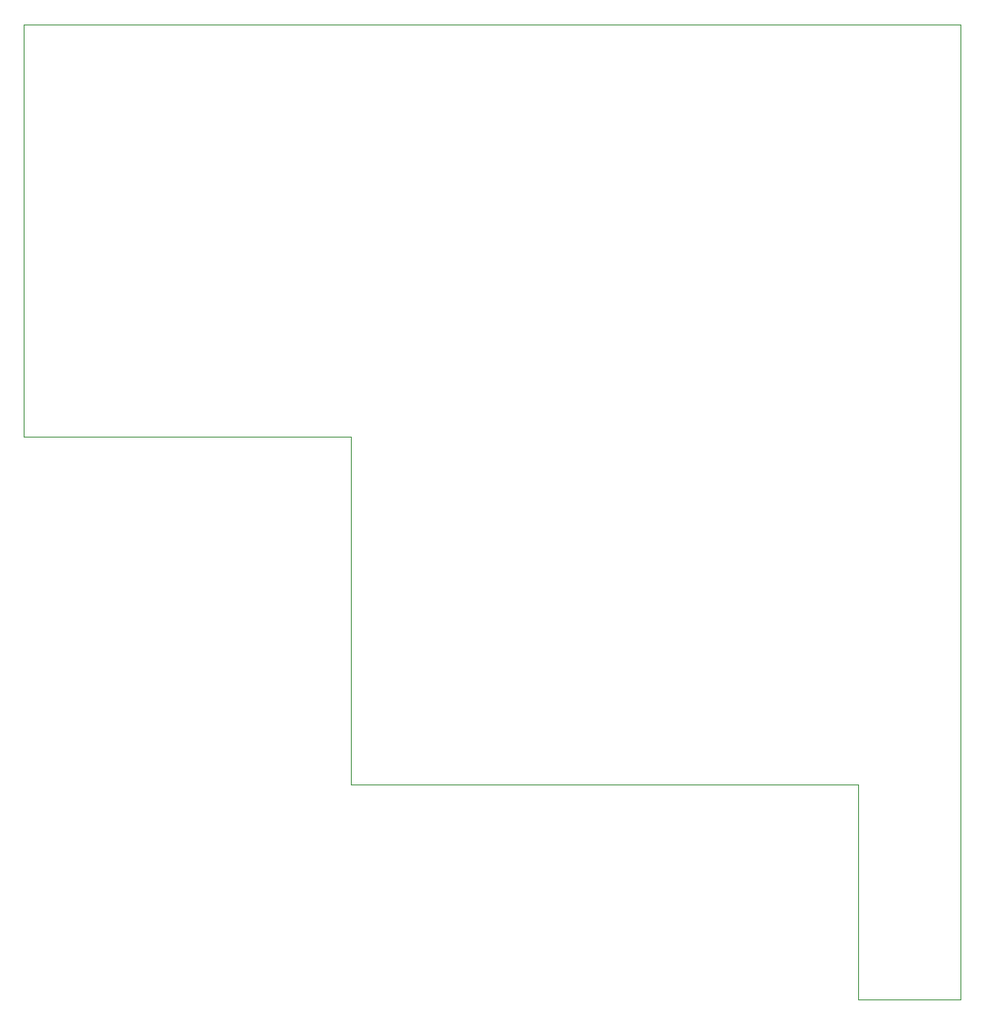
<source format=gbr>
%TF.GenerationSoftware,KiCad,Pcbnew,(6.0.6)*%
%TF.CreationDate,2022-06-23T22:13:12+02:00*%
%TF.ProjectId,dewpoint-pcb,64657770-6f69-46e7-942d-7063622e6b69,1.0*%
%TF.SameCoordinates,Original*%
%TF.FileFunction,Profile,NP*%
%FSLAX46Y46*%
G04 Gerber Fmt 4.6, Leading zero omitted, Abs format (unit mm)*
G04 Created by KiCad (PCBNEW (6.0.6)) date 2022-06-23 22:13:12*
%MOMM*%
%LPD*%
G01*
G04 APERTURE LIST*
%TA.AperFunction,Profile*%
%ADD10C,0.100000*%
%TD*%
G04 APERTURE END LIST*
D10*
X137000000Y-132492000D02*
X126746000Y-132492000D01*
X126746000Y-110998000D01*
X75946000Y-110998000D01*
X75946000Y-76200000D01*
X43180000Y-76200000D01*
X43180000Y-35000000D01*
X137000000Y-35000000D01*
X137000000Y-132492000D01*
M02*

</source>
